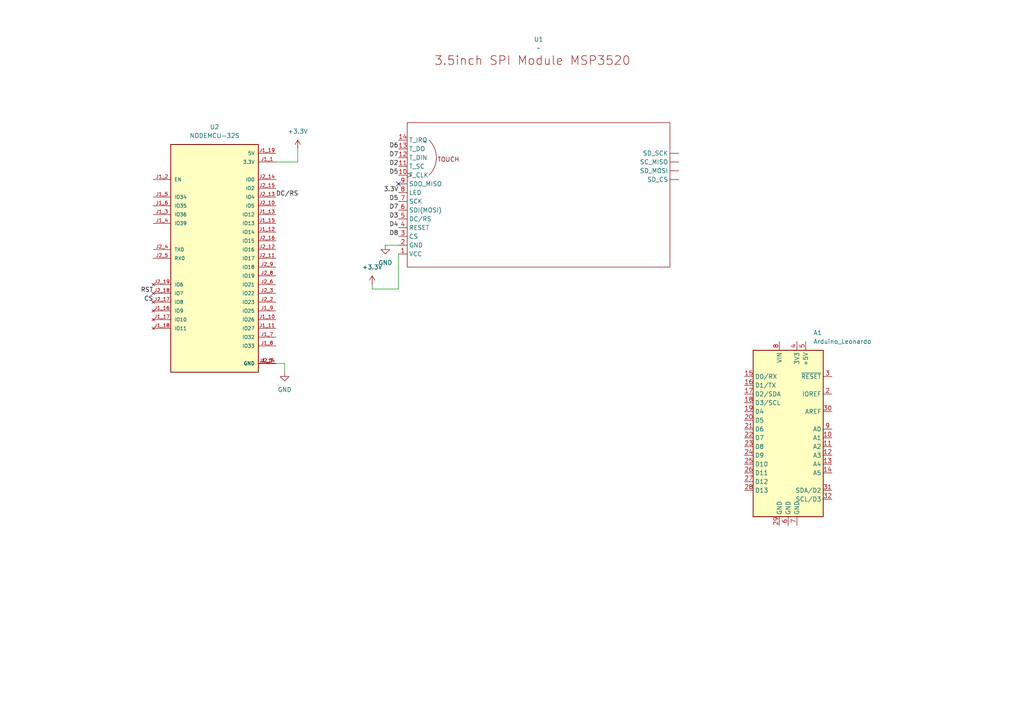
<source format=kicad_sch>
(kicad_sch (version 20231120) (generator "eeschema") (generator_version "8.0")
  (paper "A4")
  (lib_symbols
    (symbol "MCU_Module:Arduino_Leonardo"
      (property "Reference" "A" (at -10.16 23.495 0))
      (property "Value" "Arduino_Leonardo" (at 5.08 -26.67 0))
      (symbol "Arduino_Leonardo_0_1"
        (rectangle (start -10.16 22.86) (end 10.16 -25.4) (stroke (width 0.254)) (fill (type background)))
      )
      (symbol "Arduino_Leonardo_1_1"
        (pin no_connect line (at -10.16 -20.32 0) (length 2.54) hide (name "NC") (number "1"))
        (pin bidirectional line (at 12.7 -2.54 180) (length 2.54) (name "A1") (number "10"))
        (pin bidirectional line (at 12.7 -5.08 180) (length 2.54) (name "A2") (number "11"))
        (pin bidirectional line (at 12.7 -7.62 180) (length 2.54) (name "A3") (number "12"))
        (pin bidirectional line (at 12.7 -10.16 180) (length 2.54) (name "A4") (number "13"))
        (pin bidirectional line (at 12.7 -12.7 180) (length 2.54) (name "A5") (number "14"))
        (pin bidirectional line (at -12.7 15.24 0) (length 2.54) (name "D0/RX") (number "15"))
        (pin bidirectional line (at -12.7 12.7 0) (length 2.54) (name "D1/TX") (number "16"))
        (pin bidirectional line (at -12.7 10.16 0) (length 2.54) (name "D2/SDA") (number "17"))
        (pin bidirectional line (at -12.7 7.62 0) (length 2.54) (name "D3/SCL") (number "18"))
        (pin bidirectional line (at -12.7 5.08 0) (length 2.54) (name "D4") (number "19"))
        (pin output line (at 12.7 10.16 180) (length 2.54) (name "IOREF") (number "2"))
        (pin bidirectional line (at -12.7 2.54 0) (length 2.54) (name "D5") (number "20"))
        (pin bidirectional line (at -12.7 0 0) (length 2.54) (name "D6") (number "21"))
        (pin bidirectional line (at -12.7 -2.54 0) (length 2.54) (name "D7") (number "22"))
        (pin bidirectional line (at -12.7 -5.08 0) (length 2.54) (name "D8") (number "23"))
        (pin bidirectional line (at -12.7 -7.62 0) (length 2.54) (name "D9") (number "24"))
        (pin bidirectional line (at -12.7 -10.16 0) (length 2.54) (name "D10") (number "25"))
        (pin bidirectional line (at -12.7 -12.7 0) (length 2.54) (name "D11") (number "26"))
        (pin bidirectional line (at -12.7 -15.24 0) (length 2.54) (name "D12") (number "27"))
        (pin bidirectional line (at -12.7 -17.78 0) (length 2.54) (name "D13") (number "28"))
        (pin power_in line (at -2.54 -27.94 90) (length 2.54) (name "GND") (number "29"))
        (pin input line (at 12.7 15.24 180) (length 2.54) (name "~{RESET}") (number "3"))
        (pin input line (at 12.7 5.08 180) (length 2.54) (name "AREF") (number "30"))
        (pin bidirectional line (at 12.7 -17.78 180) (length 2.54) (name "SDA/D2") (number "31"))
        (pin bidirectional line (at 12.7 -20.32 180) (length 2.54) (name "SCL/D3") (number "32"))
        (pin power_out line (at 2.54 25.4 270) (length 2.54) (name "3V3") (number "4"))
        (pin power_out line (at 5.08 25.4 270) (length 2.54) (name "+5V") (number "5"))
        (pin power_in line (at 0 -27.94 90) (length 2.54) (name "GND") (number "6"))
        (pin power_in line (at 2.54 -27.94 90) (length 2.54) (name "GND") (number "7"))
        (pin power_in line (at -2.54 25.4 270) (length 2.54) (name "VIN") (number "8"))
        (pin bidirectional line (at 12.7 0 180) (length 2.54) (name "A0") (number "9"))
      )
    )
    (symbol "NODEMCU-32S:NODEMCU-32S" (pin_names (offset 1.016))
      (property "Reference" "U" (at -12.7 33.782 0))
      (property "Value" "NODEMCU-32S" (at -12.7 -35.56 0))
      (symbol "NODEMCU-32S_0_0"
        (rectangle (start -12.7 -33.02) (end 12.7 33.02) (stroke (width 0.254)) (fill (type background)))
        (pin power_in line (at 17.78 27.94 180) (length 5.08) (name "3.3V") (number "J1_1"))
        (pin bidirectional line (at 17.78 -17.78 180) (length 5.08) (name "IO26") (number "J1_10"))
        (pin bidirectional line (at 17.78 -20.32 180) (length 5.08) (name "IO27") (number "J1_11"))
        (pin bidirectional line (at 17.78 7.62 180) (length 5.08) (name "IO14") (number "J1_12"))
        (pin bidirectional line (at 17.78 12.7 180) (length 5.08) (name "IO12") (number "J1_13"))
        (pin power_in line (at 17.78 -30.48 180) (length 5.08) (name "GND") (number "J1_14"))
        (pin bidirectional line (at 17.78 10.16 180) (length 5.08) (name "IO13") (number "J1_15"))
        (pin no_connect line (at -17.78 -15.24 0) (length 5.08) (name "IO9") (number "J1_16"))
        (pin no_connect line (at -17.78 -17.78 0) (length 5.08) (name "IO10") (number "J1_17"))
        (pin no_connect line (at -17.78 -20.32 0) (length 5.08) (name "IO11") (number "J1_18"))
        (pin power_in line (at 17.78 30.48 180) (length 5.08) (name "5V") (number "J1_19"))
        (pin input line (at -17.78 22.86 0) (length 5.08) (name "EN") (number "J1_2"))
        (pin input line (at -17.78 12.7 0) (length 5.08) (name "IO36") (number "J1_3"))
        (pin input line (at -17.78 10.16 0) (length 5.08) (name "IO39") (number "J1_4"))
        (pin input line (at -17.78 17.78 0) (length 5.08) (name "IO34") (number "J1_5"))
        (pin input line (at -17.78 15.24 0) (length 5.08) (name "IO35") (number "J1_6"))
        (pin bidirectional line (at 17.78 -22.86 180) (length 5.08) (name "IO32") (number "J1_7"))
        (pin bidirectional line (at 17.78 -25.4 180) (length 5.08) (name "IO33") (number "J1_8"))
        (pin bidirectional line (at 17.78 -15.24 180) (length 5.08) (name "IO25") (number "J1_9"))
        (pin power_in line (at 17.78 -30.48 180) (length 5.08) (name "GND") (number "J2_1"))
        (pin bidirectional line (at 17.78 15.24 180) (length 5.08) (name "IO5") (number "J2_10"))
        (pin bidirectional line (at 17.78 0 180) (length 5.08) (name "IO17") (number "J2_11"))
        (pin bidirectional line (at 17.78 2.54 180) (length 5.08) (name "IO16") (number "J2_12"))
        (pin bidirectional line (at 17.78 17.78 180) (length 5.08) (name "IO4") (number "J2_13"))
        (pin bidirectional line (at 17.78 22.86 180) (length 5.08) (name "IO0") (number "J2_14"))
        (pin bidirectional line (at 17.78 20.32 180) (length 5.08) (name "IO2") (number "J2_15"))
        (pin bidirectional line (at 17.78 5.08 180) (length 5.08) (name "IO15") (number "J2_16"))
        (pin no_connect line (at -17.78 -12.7 0) (length 5.08) (name "IO8") (number "J2_17"))
        (pin no_connect line (at -17.78 -10.16 0) (length 5.08) (name "IO7") (number "J2_18"))
        (pin no_connect line (at -17.78 -7.62 0) (length 5.08) (name "IO6") (number "J2_19"))
        (pin bidirectional line (at 17.78 -12.7 180) (length 5.08) (name "IO23") (number "J2_2"))
        (pin bidirectional line (at 17.78 -10.16 180) (length 5.08) (name "IO22") (number "J2_3"))
        (pin bidirectional line (at -17.78 2.54 0) (length 5.08) (name "TX0") (number "J2_4"))
        (pin bidirectional line (at -17.78 0 0) (length 5.08) (name "RX0") (number "J2_5"))
        (pin bidirectional line (at 17.78 -7.62 180) (length 5.08) (name "IO21") (number "J2_6"))
        (pin power_in line (at 17.78 -30.48 180) (length 5.08) (name "GND") (number "J2_7"))
        (pin bidirectional line (at 17.78 -5.08 180) (length 5.08) (name "IO19") (number "J2_8"))
        (pin bidirectional line (at 17.78 -2.54 180) (length 5.08) (name "IO18") (number "J2_9"))
      )
    )
    (symbol "personal:3.5{dblquote}_ILI9488_480*320"
      (property "Reference" "U" (at 0 0 0))
      (symbol "3.5{dblquote}_ILI9488_480*320_0_1"
        (rectangle (start 0 48.26) (end 76.2 6.35))
        (arc (start 6.35 33.02) (mid 8.4543 38.1) (end 6.35 43.18))
      )
      (symbol "3.5{dblquote}_ILI9488_480*320_1_1"
        (text "3.5inch SPI Module MSP3520" (at 36.322 66.294 0) (effects (font (size 2.54 2.54))))
        (text "TOUCH\n" (at 11.938 37.592 0) (effects (font (size 1.27 1.27))))
        (pin unspecified line (at 78.74 36.83 180) (length 2.54) (name "SC_MISO") (number ""))
        (pin unspecified line (at 78.74 31.75 180) (length 2.54) (name "SD_CS") (number ""))
        (pin unspecified line (at 78.74 34.29 180) (length 2.54) (name "SD_MOSI") (number ""))
        (pin unspecified line (at 78.74 39.37 180) (length 2.54) (name "SD_SCK") (number ""))
        (pin power_in line (at -2.54 10.16 0) (length 2.54) (name "VCC") (number "1"))
        (pin unspecified clock (at -2.54 33.02 0) (length 2.54) (name "T_CLK") (number "10"))
        (pin bidirectional line (at -2.54 35.56 0) (length 2.54) (name "T_SC") (number "11"))
        (pin input line (at -2.54 38.1 0) (length 2.54) (name "T_DIN") (number "12"))
        (pin output line (at -2.54 40.64 0) (length 2.54) (name "T_DO") (number "13"))
        (pin input line (at -2.54 43.18 0) (length 2.54) (name "T_IRQ") (number "14"))
        (pin unspecified line (at -2.54 12.7 0) (length 2.54) (name "GND") (number "2"))
        (pin unspecified line (at -2.54 15.24 0) (length 2.54) (name "CS") (number "3"))
        (pin unspecified line (at -2.54 17.78 0) (length 2.54) (name "RESET") (number "4"))
        (pin unspecified line (at -2.54 20.32 0) (length 2.54) (name "DC/RS") (number "5"))
        (pin unspecified line (at -2.54 22.86 0) (length 2.54) (name "SDI(MOSI)") (number "6"))
        (pin unspecified line (at -2.54 25.4 0) (length 2.54) (name "SCK") (number "7"))
        (pin unspecified line (at -2.54 27.94 0) (length 2.54) (name "LED") (number "8"))
        (pin unspecified line (at -2.54 30.48 0) (length 2.54) (name "SDO_MISO") (number "9"))
      )
    )
    (symbol "power:+3.3V" (power) (pin_numbers hide) (pin_names (offset 0) hide)
      (property "Value" "+3.3V" (at 0 3.556 0))
      (symbol "+3.3V_0_1"
        (polyline (pts (xy -0.762 1.27) (xy 0 2.54)))
        (polyline (pts (xy 0 0) (xy 0 2.54)))
        (polyline (pts (xy 0 2.54) (xy 0.762 1.27)))
      )
      (symbol "+3.3V_1_1"
        (pin power_in line (at 0 0 90) (length 0) (name "~") (number "1"))
      )
    )
    (symbol "power:GND" (power) (pin_numbers hide) (pin_names (offset 0) hide)
      (property "Value" "GND" (at 0 -3.81 0))
      (symbol "GND_0_1"
        (polyline (pts (xy 0 0) (xy 0 -1.27) (xy 1.27 -1.27) (xy 0 -2.54) (xy -1.27 -1.27) (xy 0 -1.27)))
      )
      (symbol "GND_1_1"
        (pin power_in line (at 0 0 270) (length 0) (name "~") (number "1"))
      )
    )
  )
  (no_connect (at 115.57 53.34))
  (wire (pts (xy 115.57 83.82) (xy 107.95 83.82)))
  (wire (pts (xy 115.57 73.66) (xy 115.57 83.82)))
  (wire (pts (xy 82.55 105.41) (xy 82.55 107.95)))
  (wire (pts (xy 80.01 105.41) (xy 82.55 105.41)))
  (wire (pts (xy 111.76 71.12) (xy 115.57 71.12)))
  (wire (pts (xy 86.36 43.18) (xy 86.36 46.99)))
  (wire (pts (xy 107.95 83.82) (xy 107.95 82.55)))
  (wire (pts (xy 86.36 46.99) (xy 80.01 46.99)))
  (label "D7" (at 115.57 60.96 180))
  (label "D5" (at 115.57 50.8 180))
  (label "D2" (at 115.57 48.26 180))
  (label "D3" (at 115.57 63.5 180))
  (label "D5" (at 115.57 58.42 180))
  (label "D4" (at 115.57 66.04 180))
  (label "3.3V" (at 115.57 55.88 180))
  (label "RST" (at 44.45 85.09 180))
  (label "D7" (at 115.57 45.72 180))
  (label "CS" (at 44.45 87.63 180))
  (label "D8" (at 115.57 68.58 180))
  (label "DC{slash}RS" (at 80.01 57.15 0))
  (label "D6" (at 115.57 43.18 180))
  (symbol (lib_id "personal:3.5{dblquote}_ILI9488_480*320") (at 118.11 83.82 0) (unit 1)
    (property "Reference" "U1" (at 156.21 11.43 0))
    (property "Value" "~" (at 156.21 13.97 0))
  )
  (symbol (lib_id "power:GND") (at 82.55 107.95 0) (unit 1)
    (property "Reference" "#PWR04" (effects (hide yes)))
    (property "Value" "GND" (at 82.55 113.03 0))
    (property "Description" "Power symbol creates a global label with name \"GND\" , ground" (effects (hide yes)))
  )
  (symbol (lib_id "power:+3.3V") (at 86.36 43.18 0) (unit 1)
    (property "Reference" "#PWR02" (effects (hide yes)))
    (property "Value" "+3.3V" (at 86.36 38.1 0))
    (property "Description" "Power symbol creates a global label with name \"+3.3V\"" (effects (hide yes)))
  )
  (symbol (lib_id "NODEMCU-32S:NODEMCU-32S") (at 62.23 74.93 0) (unit 1)
    (property "Reference" "U2" (at 62.23 36.83 0))
    (property "Value" "NODEMCU-32S" (at 62.23 39.37 0))
    (property "Footprint" "NODEMCU-32S:MODULE_NODEMCU-32S" (effects (hide yes)))
    (property "MF" "AI-Thinker" (effects (hide yes)))
    (property "MAXIMUM_PACKAGE_HEIGHT" "3.00mm" (effects (hide yes)))
    (property "Package" "Package" (effects (hide yes)))
    (property "Price" "None" (effects (hide yes)))
    (property "Check_prices" "https://www.snapeda.com/parts/NODEMCU-32S/AI-Thinker/view-part/?ref=eda" (effects (hide yes)))
    (property "STANDARD" "Manufacturer Recommendations" (effects (hide yes)))
    (property "PARTREV" "V1" (effects (hide yes)))
    (property "SnapEDA_Link" "https://www.snapeda.com/parts/NODEMCU-32S/AI-Thinker/view-part/?ref=snap" (effects (hide yes)))
    (property "MP" "NODEMCU-32S" (effects (hide yes)))
    (property "Description_1" "\nWIFI MODULE V1\n" (effects (hide yes)))
    (property "Availability" "Not in stock" (effects (hide yes)))
    (property "MANUFACTURER" "AI-Thinker" (effects (hide yes)))
  )
  (symbol (lib_id "power:+3.3V") (at 107.95 82.55 0) (unit 1)
    (property "Reference" "#PWR01" (effects (hide yes)))
    (property "Value" "+3.3V" (at 107.95 77.47 0))
    (property "Description" "Power symbol creates a global label with name \"+3.3V\"" (effects (hide yes)))
  )
  (symbol (lib_id "power:GND") (at 111.76 71.12 0) (unit 1)
    (property "Reference" "#PWR03" (effects (hide yes)))
    (property "Value" "GND" (at 111.76 76.2 0))
    (property "Description" "Power symbol creates a global label with name \"GND\" , ground" (effects (hide yes)))
  )
  (symbol (lib_id "MCU_Module:Arduino_Leonardo") (at 228.6 124.46 0) (unit 1)
    (property "Reference" "A1" (at 235.8741 96.52 0) (effects (justify left)))
    (property "Value" "Arduino_Leonardo" (at 235.8741 99.06 0) (effects (justify left)))
    (property "Footprint" "Module:Arduino_UNO_R3" (effects (hide yes)))
    (property "Datasheet" "https://www.arduino.cc/en/Main/ArduinoBoardLeonardo" (effects (hide yes)))
    (property "Description" "Arduino LEONARDO Microcontroller Module" (effects (hide yes)))
  )
)
</source>
